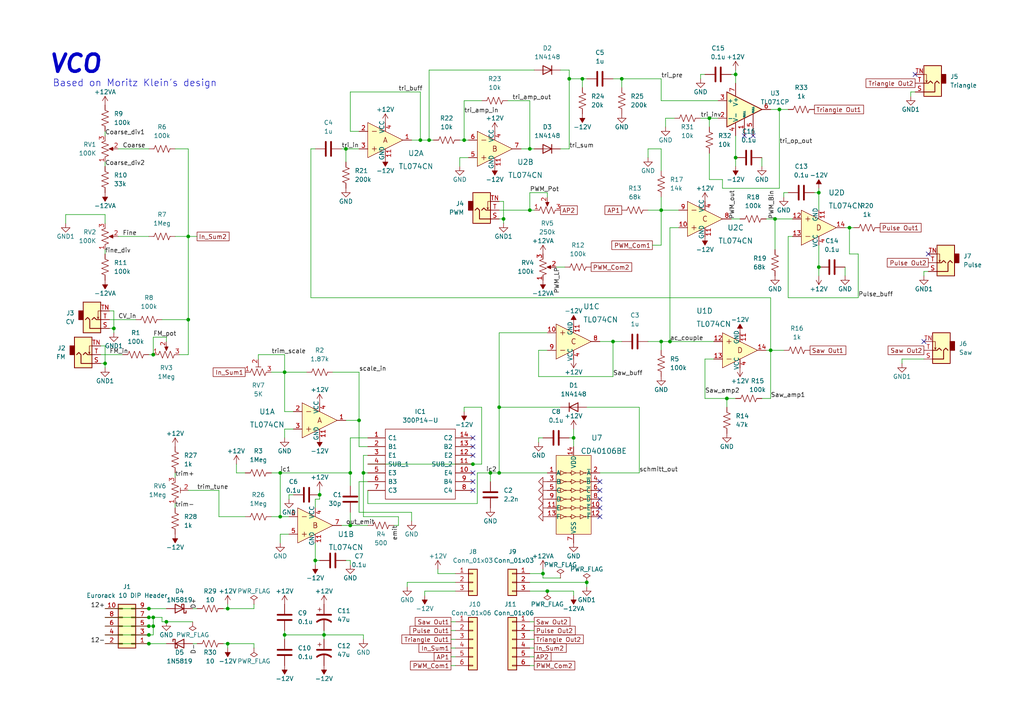
<source format=kicad_sch>
(kicad_sch (version 20230121) (generator eeschema)
  (paper "A4")
  (title_block (title "VCO") (date "2022-10-27") (rev "0.3") (company "Joshua Turnipseed"))
  (junction (at 82.55 107.95))
  (junction (at 191.77 99.06))
  (junction (at 177.8 99.06))
  (junction (at 81.28 137.16))
  (junction (at 105.41 137.16))
  (junction (at 81.28 149.86))
  (junction (at 205.74 34.29))
  (junction (at 142.24 137.16))
  (junction (at 170.18 168.91))
  (junction (at 246.38 66.04))
  (junction (at 43.18 176.53))
  (junction (at 191.77 60.96))
  (junction (at 124.46 40.64))
  (junction (at 165.1 22.86))
  (junction (at 121.92 40.64))
  (junction (at 54.61 68.58))
  (junction (at 104.14 121.92))
  (junction (at 224.79 63.5))
  (junction (at 153.67 43.18))
  (junction (at 54.61 92.71))
  (junction (at 157.48 166.37))
  (junction (at 100.33 43.18))
  (junction (at 30.48 105.41))
  (junction (at 158.75 171.45))
  (junction (at 144.78 137.16))
  (junction (at 44.45 181.61))
  (junction (at 146.05 63.5))
  (junction (at 48.26 180.34))
  (junction (at 223.52 101.6))
  (junction (at 43.18 186.69))
  (junction (at 44.45 179.07))
  (junction (at 66.04 176.53))
  (junction (at 226.06 31.75))
  (junction (at 137.16 134.62))
  (junction (at 180.34 22.86))
  (junction (at 194.31 99.06))
  (junction (at 82.55 184.15))
  (junction (at 93.98 184.15))
  (junction (at 66.04 186.69))
  (junction (at 101.6 137.16))
  (junction (at 166.37 127))
  (junction (at 210.82 115.57))
  (junction (at 213.36 45.72))
  (junction (at 33.02 95.25))
  (junction (at 43.18 179.07))
  (junction (at 237.49 55.88))
  (junction (at 237.49 77.47))
  (junction (at 144.78 118.11))
  (junction (at 101.6 152.4))
  (junction (at 153.67 60.96))
  (junction (at 213.36 21.59))
  (junction (at 43.18 181.61))
  (junction (at 44.45 102.87))
  (junction (at 168.91 22.86))
  (junction (at 43.18 184.15))
  (junction (at 91.44 162.56))
  (junction (at 134.62 40.64))
  (junction (at 92.71 143.51))
  (no_connect (at 173.99 144.78))
  (no_connect (at 137.16 142.24))
  (no_connect (at 137.16 127))
  (no_connect (at 269.24 73.66))
  (no_connect (at 137.16 137.16))
  (no_connect (at 137.16 139.7))
  (no_connect (at 173.99 149.86))
  (no_connect (at 173.99 142.24))
  (no_connect (at 265.43 21.59))
  (no_connect (at 137.16 129.54))
  (no_connect (at 173.99 139.7))
  (no_connect (at 218.44 39.37))
  (no_connect (at 215.9 39.37))
  (no_connect (at 137.16 132.08))
  (no_connect (at 267.97 99.06))
  (no_connect (at 173.99 147.32))
  (wire (pts (xy 196.85 66.04) (xy 194.31 66.04)))
  (wire (pts (xy 157.48 127) (xy 156.21 127)))
  (wire (pts (xy 44.45 97.79) (xy 48.26 97.79)))
  (wire (pts (xy 105.41 149.86) (xy 105.41 137.16)))
  (wire (pts (xy 30.48 62.23) (xy 19.05 62.23)))
  (wire (pts (xy 43.18 179.07) (xy 44.45 179.07)))
  (wire (pts (xy 210.82 115.57) (xy 210.82 118.11)))
  (wire (pts (xy 196.85 60.96) (xy 191.77 60.96)))
  (wire (pts (xy 44.45 181.61) (xy 44.45 179.07)))
  (wire (pts (xy 91.44 144.78) (xy 91.44 147.32)))
  (wire (pts (xy 205.74 52.07) (xy 209.55 52.07)))
  (wire (pts (xy 144.78 60.96) (xy 153.67 60.96)))
  (wire (pts (xy 223.52 86.36) (xy 223.52 101.6)))
  (wire (pts (xy 227.33 55.88) (xy 227.33 57.15)))
  (wire (pts (xy 205.74 44.45) (xy 205.74 52.07)))
  (wire (pts (xy 228.6 86.36) (xy 248.92 86.36)))
  (wire (pts (xy 166.37 124.46) (xy 166.37 127)))
  (wire (pts (xy 180.34 22.86) (xy 180.34 25.4)))
  (wire (pts (xy 81.28 137.16) (xy 81.28 149.86)))
  (wire (pts (xy 50.8 68.58) (xy 54.61 68.58)))
  (wire (pts (xy 213.36 21.59) (xy 213.36 24.13)))
  (wire (pts (xy 220.98 45.72) (xy 220.98 48.26)))
  (wire (pts (xy 193.04 34.29) (xy 193.04 36.83)))
  (wire (pts (xy 82.55 107.95) (xy 88.9 107.95)))
  (wire (pts (xy 30.48 184.15) (xy 43.18 184.15)))
  (wire (pts (xy 203.2 34.29) (xy 205.74 34.29)))
  (wire (pts (xy 153.67 55.88) (xy 153.67 60.96)))
  (wire (pts (xy 153.67 43.18) (xy 153.67 29.21)))
  (wire (pts (xy 153.67 180.34) (xy 154.94 180.34)))
  (wire (pts (xy 130.81 182.88) (xy 132.08 182.88)))
  (wire (pts (xy 82.55 107.95) (xy 82.55 119.38)))
  (wire (pts (xy 93.98 184.15) (xy 93.98 185.42)))
  (wire (pts (xy 106.68 146.05) (xy 138.43 146.05)))
  (wire (pts (xy 220.98 115.57) (xy 223.52 115.57)))
  (wire (pts (xy 121.92 26.67) (xy 121.92 40.64)))
  (wire (pts (xy 119.38 148.59) (xy 119.38 151.13)))
  (wire (pts (xy 134.62 118.11) (xy 139.7 118.11)))
  (wire (pts (xy 92.71 144.78) (xy 91.44 144.78)))
  (wire (pts (xy 224.79 63.5) (xy 224.79 72.39)))
  (wire (pts (xy 104.14 139.7) (xy 104.14 148.59)))
  (wire (pts (xy 153.67 60.96) (xy 154.94 60.96)))
  (wire (pts (xy 44.45 184.15) (xy 44.45 181.61)))
  (wire (pts (xy 144.78 63.5) (xy 146.05 63.5)))
  (wire (pts (xy 177.8 99.06) (xy 177.8 109.22)))
  (wire (pts (xy 142.24 137.16) (xy 144.78 137.16)))
  (wire (pts (xy 92.71 143.51) (xy 92.71 144.78)))
  (wire (pts (xy 204.47 115.57) (xy 210.82 115.57)))
  (wire (pts (xy 30.48 176.53) (xy 43.18 176.53)))
  (wire (pts (xy 146.05 63.5) (xy 146.05 64.77)))
  (wire (pts (xy 166.37 171.45) (xy 166.37 172.72)))
  (wire (pts (xy 203.2 21.59) (xy 203.2 22.86)))
  (wire (pts (xy 92.71 162.56) (xy 91.44 162.56)))
  (wire (pts (xy 153.67 29.21) (xy 147.32 29.21)))
  (wire (pts (xy 177.8 22.86) (xy 180.34 22.86)))
  (wire (pts (xy 93.98 182.88) (xy 93.98 184.15)))
  (wire (pts (xy 153.67 166.37) (xy 157.48 166.37)))
  (wire (pts (xy 139.7 118.11) (xy 139.7 134.62)))
  (wire (pts (xy 144.78 96.52) (xy 158.75 96.52)))
  (wire (pts (xy 54.61 142.24) (xy 63.5 142.24)))
  (wire (pts (xy 50.8 146.05) (xy 50.8 147.32)))
  (wire (pts (xy 185.42 137.16) (xy 185.42 118.11)))
  (wire (pts (xy 66.04 186.69) (xy 73.66 186.69)))
  (wire (pts (xy 224.79 63.5) (xy 229.87 63.5)))
  (wire (pts (xy 66.04 176.53) (xy 73.66 176.53)))
  (wire (pts (xy 30.48 46.99) (xy 30.48 48.26)))
  (wire (pts (xy 104.14 148.59) (xy 119.38 148.59)))
  (wire (pts (xy 191.77 99.06) (xy 194.31 99.06)))
  (wire (pts (xy 82.55 182.88) (xy 82.55 184.15)))
  (wire (pts (xy 106.68 132.08) (xy 105.41 132.08)))
  (wire (pts (xy 153.67 43.18) (xy 154.94 43.18)))
  (wire (pts (xy 30.48 105.41) (xy 30.48 106.68)))
  (wire (pts (xy 223.52 31.75) (xy 226.06 31.75)))
  (wire (pts (xy 30.48 181.61) (xy 43.18 181.61)))
  (wire (pts (xy 146.05 58.42) (xy 146.05 63.5)))
  (wire (pts (xy 30.48 38.1) (xy 30.48 39.37)))
  (wire (pts (xy 101.6 162.56) (xy 101.6 163.83)))
  (wire (pts (xy 101.6 137.16) (xy 101.6 140.97)))
  (wire (pts (xy 237.49 54.61) (xy 237.49 55.88)))
  (wire (pts (xy 100.33 43.18) (xy 100.33 46.99)))
  (wire (pts (xy 142.24 137.16) (xy 142.24 139.7)))
  (wire (pts (xy 156.21 109.22) (xy 177.8 109.22)))
  (wire (pts (xy 124.46 20.32) (xy 124.46 40.64)))
  (wire (pts (xy 50.8 43.18) (xy 54.61 43.18)))
  (wire (pts (xy 209.55 54.61) (xy 226.06 54.61)))
  (wire (pts (xy 165.1 43.18) (xy 162.56 43.18)))
  (wire (pts (xy 83.82 149.86) (xy 81.28 149.86)))
  (wire (pts (xy 43.18 184.15) (xy 44.45 184.15)))
  (wire (pts (xy 170.18 168.91) (xy 170.18 170.18)))
  (wire (pts (xy 223.52 101.6) (xy 227.33 101.6)))
  (wire (pts (xy 31.75 90.17) (xy 33.02 90.17)))
  (wire (pts (xy 158.75 171.45) (xy 166.37 171.45)))
  (wire (pts (xy 267.97 78.74) (xy 267.97 80.01)))
  (wire (pts (xy 121.92 40.64) (xy 124.46 40.64)))
  (wire (pts (xy 104.14 107.95) (xy 104.14 121.92)))
  (wire (pts (xy 207.01 104.14) (xy 204.47 104.14)))
  (wire (pts (xy 44.45 102.87) (xy 44.45 97.79)))
  (wire (pts (xy 31.75 95.25) (xy 33.02 95.25)))
  (wire (pts (xy 73.66 186.69) (xy 73.66 187.96)))
  (wire (pts (xy 81.28 154.94) (xy 81.28 157.48)))
  (wire (pts (xy 19.05 62.23) (xy 19.05 64.77)))
  (wire (pts (xy 66.04 186.69) (xy 66.04 187.96)))
  (wire (pts (xy 46.99 92.71) (xy 54.61 92.71)))
  (wire (pts (xy 130.81 190.5) (xy 132.08 190.5)))
  (wire (pts (xy 101.6 38.1) (xy 101.6 26.67)))
  (wire (pts (xy 213.36 45.72) (xy 213.36 48.26)))
  (wire (pts (xy 134.62 29.21) (xy 134.62 40.64)))
  (wire (pts (xy 30.48 64.77) (xy 30.48 62.23)))
  (wire (pts (xy 82.55 184.15) (xy 82.55 185.42)))
  (wire (pts (xy 187.96 45.72) (xy 187.96 43.18)))
  (wire (pts (xy 194.31 66.04) (xy 194.31 99.06)))
  (wire (pts (xy 165.1 20.32) (xy 165.1 22.86)))
  (wire (pts (xy 43.18 176.53) (xy 48.26 176.53)))
  (wire (pts (xy 223.52 115.57) (xy 223.52 101.6)))
  (wire (pts (xy 34.29 43.18) (xy 43.18 43.18)))
  (wire (pts (xy 204.47 21.59) (xy 203.2 21.59)))
  (wire (pts (xy 81.28 137.16) (xy 101.6 137.16)))
  (wire (pts (xy 210.82 115.57) (xy 213.36 115.57)))
  (wire (pts (xy 29.21 105.41) (xy 30.48 105.41)))
  (wire (pts (xy 187.96 60.96) (xy 191.77 60.96)))
  (wire (pts (xy 78.74 107.95) (xy 82.55 107.95)))
  (wire (pts (xy 30.48 179.07) (xy 43.18 179.07)))
  (wire (pts (xy 100.33 162.56) (xy 101.6 162.56)))
  (wire (pts (xy 34.29 68.58) (xy 43.18 68.58)))
  (wire (pts (xy 54.61 68.58) (xy 57.15 68.58)))
  (wire (pts (xy 162.56 118.11) (xy 144.78 118.11)))
  (wire (pts (xy 261.62 104.14) (xy 267.97 104.14)))
  (wire (pts (xy 78.74 149.86) (xy 81.28 149.86)))
  (wire (pts (xy 228.6 68.58) (xy 228.6 86.36)))
  (wire (pts (xy 269.24 78.74) (xy 267.97 78.74)))
  (wire (pts (xy 153.67 168.91) (xy 170.18 168.91)))
  (wire (pts (xy 246.38 66.04) (xy 247.65 66.04)))
  (wire (pts (xy 185.42 118.11) (xy 170.18 118.11)))
  (wire (pts (xy 52.07 102.87) (xy 54.61 102.87)))
  (wire (pts (xy 100.33 43.18) (xy 104.14 43.18)))
  (wire (pts (xy 157.48 166.37) (xy 157.48 165.1)))
  (wire (pts (xy 31.75 92.71) (xy 39.37 92.71)))
  (wire (pts (xy 130.81 187.96) (xy 132.08 187.96)))
  (wire (pts (xy 177.8 99.06) (xy 173.99 99.06)))
  (wire (pts (xy 46.99 179.07) (xy 46.99 180.34)))
  (wire (pts (xy 48.26 180.34) (xy 55.88 180.34)))
  (wire (pts (xy 162.56 20.32) (xy 165.1 20.32)))
  (wire (pts (xy 226.06 31.75) (xy 228.6 31.75)))
  (wire (pts (xy 54.61 92.71) (xy 54.61 102.87)))
  (wire (pts (xy 78.74 137.16) (xy 81.28 137.16)))
  (wire (pts (xy 138.43 137.16) (xy 142.24 137.16)))
  (wire (pts (xy 134.62 119.38) (xy 134.62 118.11)))
  (wire (pts (xy 90.17 86.36) (xy 223.52 86.36)))
  (wire (pts (xy 212.09 63.5) (xy 214.63 63.5)))
  (wire (pts (xy 91.44 162.56) (xy 91.44 157.48)))
  (wire (pts (xy 191.77 71.12) (xy 191.77 60.96)))
  (wire (pts (xy 104.14 38.1) (xy 101.6 38.1)))
  (wire (pts (xy 106.68 127) (xy 101.6 127)))
  (wire (pts (xy 237.49 55.88) (xy 236.22 55.88)))
  (wire (pts (xy 91.44 43.18) (xy 90.17 43.18)))
  (wire (pts (xy 158.75 101.6) (xy 156.21 101.6)))
  (wire (pts (xy 71.12 137.16) (xy 68.58 137.16)))
  (wire (pts (xy 106.68 134.62) (xy 137.16 134.62)))
  (wire (pts (xy 248.92 86.36) (xy 248.92 73.66)))
  (wire (pts (xy 154.94 20.32) (xy 124.46 20.32)))
  (wire (pts (xy 33.02 95.25) (xy 33.02 96.52)))
  (wire (pts (xy 166.37 127) (xy 166.37 129.54)))
  (wire (pts (xy 144.78 118.11) (xy 144.78 137.16)))
  (wire (pts (xy 130.81 185.42) (xy 132.08 185.42)))
  (wire (pts (xy 153.67 193.04) (xy 154.94 193.04)))
  (wire (pts (xy 180.34 22.86) (xy 191.77 22.86)))
  (wire (pts (xy 85.09 143.51) (xy 83.82 143.51)))
  (wire (pts (xy 139.7 29.21) (xy 134.62 29.21)))
  (wire (pts (xy 222.25 63.5) (xy 224.79 63.5)))
  (wire (pts (xy 187.96 99.06) (xy 191.77 99.06)))
  (wire (pts (xy 191.77 29.21) (xy 208.28 29.21)))
  (wire (pts (xy 106.68 129.54) (xy 104.14 129.54)))
  (wire (pts (xy 105.41 185.42) (xy 105.41 184.15)))
  (wire (pts (xy 191.77 43.18) (xy 191.77 49.53)))
  (wire (pts (xy 165.1 127) (xy 166.37 127)))
  (wire (pts (xy 127 166.37) (xy 127 165.1)))
  (wire (pts (xy 50.8 137.16) (xy 50.8 138.43)))
  (wire (pts (xy 237.49 77.47) (xy 237.49 80.01)))
  (wire (pts (xy 156.21 101.6) (xy 156.21 109.22)))
  (wire (pts (xy 261.62 104.14) (xy 261.62 105.41)))
  (wire (pts (xy 144.78 137.16) (xy 158.75 137.16)))
  (wire (pts (xy 130.81 180.34) (xy 132.08 180.34)))
  (wire (pts (xy 161.29 77.47) (xy 163.83 77.47)))
  (wire (pts (xy 135.89 45.72) (xy 133.35 45.72)))
  (wire (pts (xy 105.41 184.15) (xy 93.98 184.15)))
  (wire (pts (xy 64.77 186.69) (xy 66.04 186.69)))
  (wire (pts (xy 144.78 58.42) (xy 146.05 58.42)))
  (wire (pts (xy 115.57 149.86) (xy 105.41 149.86)))
  (wire (pts (xy 191.77 60.96) (xy 191.77 57.15)))
  (wire (pts (xy 82.55 102.87) (xy 82.55 107.95)))
  (wire (pts (xy 158.75 57.15) (xy 158.75 55.88)))
  (wire (pts (xy 74.93 104.14) (xy 74.93 102.87)))
  (wire (pts (xy 222.25 101.6) (xy 223.52 101.6)))
  (wire (pts (xy 55.88 176.53) (xy 57.15 176.53)))
  (wire (pts (xy 63.5 142.24) (xy 63.5 149.86)))
  (wire (pts (xy 99.06 152.4) (xy 101.6 152.4)))
  (wire (pts (xy 105.41 132.08) (xy 105.41 137.16)))
  (wire (pts (xy 165.1 22.86) (xy 168.91 22.86)))
  (wire (pts (xy 82.55 184.15) (xy 93.98 184.15)))
  (wire (pts (xy 85.09 119.38) (xy 82.55 119.38)))
  (wire (pts (xy 43.18 102.87) (xy 44.45 102.87)))
  (wire (pts (xy 30.48 100.33) (xy 30.48 105.41)))
  (wire (pts (xy 237.49 71.12) (xy 237.49 77.47)))
  (wire (pts (xy 55.88 186.69) (xy 57.15 186.69)))
  (wire (pts (xy 156.21 127) (xy 156.21 128.27)))
  (wire (pts (xy 101.6 127) (xy 101.6 137.16)))
  (wire (pts (xy 133.35 40.64) (xy 134.62 40.64)))
  (wire (pts (xy 74.93 102.87) (xy 82.55 102.87)))
  (wire (pts (xy 134.62 40.64) (xy 135.89 40.64)))
  (wire (pts (xy 228.6 55.88) (xy 227.33 55.88)))
  (wire (pts (xy 139.7 134.62) (xy 137.16 134.62)))
  (wire (pts (xy 151.13 43.18) (xy 153.67 43.18)))
  (wire (pts (xy 246.38 73.66) (xy 246.38 66.04)))
  (wire (pts (xy 101.6 26.67) (xy 121.92 26.67)))
  (wire (pts (xy 133.35 45.72) (xy 133.35 48.26)))
  (wire (pts (xy 209.55 52.07) (xy 209.55 54.61)))
  (wire (pts (xy 189.23 71.12) (xy 191.77 71.12)))
  (wire (pts (xy 101.6 148.59) (xy 101.6 152.4)))
  (wire (pts (xy 101.6 152.4) (xy 106.68 152.4)))
  (wire (pts (xy 173.99 137.16) (xy 185.42 137.16)))
  (wire (pts (xy 187.96 43.18) (xy 191.77 43.18)))
  (wire (pts (xy 132.08 171.45) (xy 123.19 171.45)))
  (wire (pts (xy 153.67 187.96) (xy 154.94 187.96)))
  (wire (pts (xy 68.58 137.16) (xy 68.58 134.62)))
  (wire (pts (xy 30.48 186.69) (xy 43.18 186.69)))
  (wire (pts (xy 168.91 22.86) (xy 168.91 25.4)))
  (wire (pts (xy 213.36 21.59) (xy 212.09 21.59)))
  (wire (pts (xy 115.57 152.4) (xy 115.57 149.86)))
  (wire (pts (xy 132.08 166.37) (xy 127 166.37)))
  (wire (pts (xy 73.66 175.26) (xy 73.66 176.53)))
  (wire (pts (xy 226.06 54.61) (xy 226.06 31.75)))
  (wire (pts (xy 96.52 107.95) (xy 104.14 107.95)))
  (wire (pts (xy 46.99 180.34) (xy 48.26 180.34)))
  (wire (pts (xy 82.55 124.46) (xy 82.55 127)))
  (wire (pts (xy 33.02 90.17) (xy 33.02 95.25)))
  (wire (pts (xy 153.67 190.5) (xy 154.94 190.5)))
  (wire (pts (xy 162.56 167.64) (xy 157.48 167.64)))
  (wire (pts (xy 44.45 179.07) (xy 46.99 179.07)))
  (wire (pts (xy 114.3 152.4) (xy 115.57 152.4)))
  (wire (pts (xy 43.18 181.61) (xy 44.45 181.61)))
  (wire (pts (xy 29.21 100.33) (xy 30.48 100.33)))
  (wire (pts (xy 265.43 26.67) (xy 264.16 26.67)))
  (wire (pts (xy 123.19 171.45) (xy 123.19 172.72)))
  (wire (pts (xy 248.92 73.66) (xy 246.38 73.66)))
  (wire (pts (xy 191.77 99.06) (xy 191.77 101.6)))
  (wire (pts (xy 245.11 77.47) (xy 245.11 80.01)))
  (wire (pts (xy 228.6 68.58) (xy 229.87 68.58)))
  (wire (pts (xy 83.82 154.94) (xy 81.28 154.94)))
  (wire (pts (xy 191.77 22.86) (xy 191.77 29.21)))
  (wire (pts (xy 99.06 43.18) (xy 100.33 43.18)))
  (wire (pts (xy 106.68 139.7) (xy 104.14 139.7)))
  (wire (pts (xy 195.58 34.29) (xy 193.04 34.29)))
  (wire (pts (xy 204.47 104.14) (xy 204.47 115.57)))
  (wire (pts (xy 205.74 34.29) (xy 208.28 34.29)))
  (wire (pts (xy 90.17 43.18) (xy 90.17 86.36)))
  (wire (pts (xy 66.04 175.26) (xy 66.04 176.53)))
  (wire (pts (xy 130.81 193.04) (xy 132.08 193.04)))
  (wire (pts (xy 205.74 34.29) (xy 205.74 36.83)))
  (wire (pts (xy 100.33 121.92) (xy 104.14 121.92)))
  (wire (pts (xy 63.5 149.86) (xy 71.12 149.86)))
  (wire (pts (xy 144.78 118.11) (xy 144.78 96.52)))
  (wire (pts (xy 158.75 55.88) (xy 153.67 55.88)))
  (wire (pts (xy 30.48 72.39) (xy 30.48 73.66)))
  (wire (pts (xy 168.91 22.86) (xy 170.18 22.86)))
  (wire (pts (xy 153.67 171.45) (xy 158.75 171.45)))
  (wire (pts (xy 83.82 143.51) (xy 83.82 144.78)))
  (wire (pts (xy 194.31 99.06) (xy 207.01 99.06)))
  (wire (pts (xy 245.11 66.04) (xy 246.38 66.04)))
  (wire (pts (xy 213.36 39.37) (xy 213.36 45.72)))
  (wire (pts (xy 104.14 129.54) (xy 104.14 121.92)))
  (wire (pts (xy 91.44 162.56) (xy 91.44 163.83)))
  (wire (pts (xy 106.68 142.24) (xy 106.68 146.05)))
  (wire (pts (xy 153.67 182.88) (xy 154.94 182.88)))
  (wire (pts (xy 29.21 102.87) (xy 35.56 102.87)))
  (wire (pts (xy 54.61 43.18) (xy 54.61 68.58)))
  (wire (pts (xy 157.48 167.64) (xy 157.48 166.37)))
  (wire (pts (xy 64.77 176.53) (xy 66.04 176.53)))
  (wire (pts (xy 118.11 168.91) (xy 118.11 170.18)))
  (wire (pts (xy 119.38 40.64) (xy 121.92 40.64)))
  (wire (pts (xy 85.09 124.46) (xy 82.55 124.46)))
  (wire (pts (xy 165.1 22.86) (xy 165.1 43.18)))
  (wire (pts (xy 43.18 186.69) (xy 48.26 186.69)))
  (wire (pts (xy 153.67 185.42) (xy 154.94 185.42)))
  (wire (pts (xy 92.71 142.24) (xy 92.71 143.51)))
  (wire (pts (xy 138.43 146.05) (xy 138.43 137.16)))
  (wire (pts (xy 54.61 68.58) (xy 54.61 92.71)))
  (wire (pts (xy 132.08 168.91) (xy 118.11 168.91)))
  (wire (pts (xy 124.46 40.64) (xy 125.73 40.64)))
  (wire (pts (xy 48.26 99.06) (xy 48.26 97.79)))
  (wire (pts (xy 105.41 137.16) (xy 106.68 137.16)))
  (wire (pts (xy 213.36 20.32) (xy 213.36 21.59)))
  (wire (pts (xy 177.8 99.06) (xy 180.34 99.06)))
  (wire (pts (xy 264.16 26.67) (xy 264.16 27.94)))
  (wire (pts (xy 237.49 60.96) (xy 237.49 55.88)))
  (text "VCO" (at 13.97 21.59 0) (effects (font (size 5 5) (thickness 1) bold italic) (justify left bottom)))
  (text "Based on Moritz Klein's design\n" (at 15.24 25.4 0) (effects (font (size 2 2)) (justify left bottom)))
  (label "tri_inv" (at 203.2 34.29 0))
  (label "PWM_out" (at 213.36 63.5 90))
  (label "12-" (at 30.48 186.69 180))
  (label "tri_amp_out" (at 148.59 29.21 0))
  (label "emit" (at 115.57 152.4 270))
  (label "Coarse_div1" (at 30.48 39.37 0))
  (label "Saw_buff" (at 177.8 109.22 0))
  (label "scale_in" (at 104.14 107.95 0))
  (label "out_emit" (at 100.33 152.4 0))
  (label "D-" (at 57.15 186.69 270))
  (label "12+" (at 30.48 176.53 180))
  (label "tri_op_out" (at 226.06 41.91 0))
  (label "tri_pre" (at 191.77 22.86 0))
  (label "ac_couple" (at 194.31 99.06 0))
  (label "trim_scale" (at 78.74 102.87 0))
  (label "trim+" (at 50.8 138.43 0))
  (label "Coarse" (at 35.56 43.18 0))
  (label "Coarse_div2" (at 30.48 48.26 0))
  (label "schmitt_out" (at 185.42 137.16 0))
  (label "FM_pot" (at 44.45 97.79 0))
  (label "trim_tune" (at 57.15 142.24 0))
  (label "Saw_amp1" (at 223.52 115.57 0))
  (label "tri_in" (at 99.06 43.18 0))
  (label "Fine" (at 35.56 68.58 0))
  (label "D+" (at 57.15 176.53 90))
  (label "trim-" (at 50.8 147.32 0))
  (label "tri_amp_in" (at 134.62 33.02 0))
  (label "tri_sum" (at 165.1 43.18 0))
  (label "PWM_Bin" (at 224.79 63.5 90))
  (label "ic1" (at 81.28 137.16 0))
  (label "tri_buff" (at 115.57 26.67 0))
  (label "PWM_LP" (at 162.56 77.47 270))
  (label "fine_div" (at 30.48 73.66 0))
  (label "ic2" (at 140.97 137.16 0))
  (label "CV_in" (at 34.29 92.71 0))
  (label "PWM_Pot" (at 153.67 55.88 0))
  (label "Saw_amp2" (at 204.47 114.3 0))
  (label "Pulse_buff" (at 248.92 86.36 0))
  (label "FM_in" (at 31.75 102.87 0))
  (global_label "AP2" (shape passive) (at 154.94 190.5 0) (property "Intersheetrefs" "${INTERSHEET_REFS}" (effects hide)))
  (global_label "Saw Out2" (shape passive) (at 267.97 101.6 180) (property "Intersheetrefs" "${INTERSHEET_REFS}" (effects hide)))
  (global_label "Saw Out1" (shape passive) (at 234.95 101.6 0) (property "Intersheetrefs" "${INTERSHEET_REFS}" (effects hide)))
  (global_label "Triangle Out2" (shape passive) (at 265.43 24.13 180) (property "Intersheetrefs" "${INTERSHEET_REFS}" (effects hide)))
  (global_label "AP1" (shape passive) (at 130.81 190.5 180) (property "Intersheetrefs" "${INTERSHEET_REFS}" (effects hide)))
  (global_label "Saw Out1" (shape passive) (at 130.81 180.34 180) (property "Intersheetrefs" "${INTERSHEET_REFS}" (effects hide)))
  (global_label "Pulse Out2" (shape passive) (at 269.24 76.2 180) (property "Intersheetrefs" "${INTERSHEET_REFS}" (effects hide)))
  (global_label "PWM_Com1" (shape passive) (at 130.81 193.04 180) (property "Intersheetrefs" "${INTERSHEET_REFS}" (effects hide)))
  (global_label "Pulse Out1" (shape passive) (at 130.81 182.88 180) (property "Intersheetrefs" "${INTERSHEET_REFS}" (effects hide)))
  (global_label "PWM_Com1" (shape passive) (at 189.23 71.12 180) (property "Intersheetrefs" "${INTERSHEET_REFS}" (effects hide)))
  (global_label "In_Sum2" (shape passive) (at 57.15 68.58 0) (property "Intersheetrefs" "${INTERSHEET_REFS}" (effects hide)))
  (global_label "AP1" (shape passive) (at 180.34 60.96 180) (property "Intersheetrefs" "${INTERSHEET_REFS}" (effects hide)))
  (global_label "Triangle Out1" (shape passive) (at 236.22 31.75 0) (property "Intersheetrefs" "${INTERSHEET_REFS}" (effects hide)))
  (global_label "PWM_Com2" (shape passive) (at 154.94 193.04 0) (property "Intersheetrefs" "${INTERSHEET_REFS}" (effects hide)))
  (global_label "Triangle Out2" (shape passive) (at 154.94 185.42 0) (property "Intersheetrefs" "${INTERSHEET_REFS}" (effects hide)))
  (global_label "AP2" (shape passive) (at 162.56 60.96 0) (property "Intersheetrefs" "${INTERSHEET_REFS}" (effects hide)))
  (global_label "PWM_Com2" (shape passive) (at 171.45 77.47 0) (property "Intersheetrefs" "${INTERSHEET_REFS}" (effects hide)))
  (global_label "In_Sum1" (shape passive) (at 130.81 187.96 180) (property "Intersheetrefs" "${INTERSHEET_REFS}" (effects hide)))
  (global_label "Triangle Out1" (shape passive) (at 130.81 185.42 180) (property "Intersheetrefs" "${INTERSHEET_REFS}" (effects hide)))
  (global_label "Pulse Out1" (shape passive) (at 255.27 66.04 0) (property "Intersheetrefs" "${INTERSHEET_REFS}" (effects hide)))
  (global_label "Saw Out2" (shape passive) (at 154.94 180.34 0) (property "Intersheetrefs" "${INTERSHEET_REFS}" (effects hide)))
  (global_label "In_Sum1" (shape passive) (at 71.12 107.95 180) (property "Intersheetrefs" "${INTERSHEET_REFS}" (effects hide)))
  (global_label "Pulse Out2" (shape passive) (at 154.94 182.88 0) (property "Intersheetrefs" "${INTERSHEET_REFS}" (effects hide)))
  (global_label "In_Sum2" (shape passive) (at 154.94 187.96 0) (property "Intersheetrefs" "${INTERSHEET_REFS}" (effects hide)))
  (symbol (lib_id "power:-12V") (at 166.37 93.98 0) (unit 1)
    (property "Reference" "#PWR049" (effects hide))
    (property "Value" "-12V" (at 166.37 90.17 0))
  )
  (symbol (lib_id "Amplifier_Operational:TL071") (at 215.9 31.75 0) (unit 1)
    (property "Reference" "U3" (at 224.79 27.051 0))
    (property "Value" "TL071CP" (at 224.79 29.591 0))
    (property "Footprint" "Package_DIP:DIP-8_W7.62mm" (effects hide))
    (property "Datasheet" "http://www.ti.com/lit/ds/symlink/tl071.pdf" (effects hide))
  )
  (symbol (lib_id "power:GND") (at 210.82 125.73 0) (unit 1)
    (property "Reference" "#PWR021" (effects hide))
    (property "Value" "GND" (at 210.82 129.54 0))
  )
  (symbol (lib_id "power:-12V") (at 92.71 127 180) (unit 1)
    (property "Reference" "#PWR044" (effects hide))
    (property "Value" "-12V" (at 92.71 130.81 0))
  )
  (symbol (lib_id "power:-12V") (at 82.55 193.04 180) (unit 1)
    (property "Reference" "#PWR037" (effects hide))
    (property "Value" "-12V" (at 82.55 196.85 0))
  )
  (symbol (lib_id "Device:R_Potentiometer_US") (at 30.48 68.58 0) (mirror x) (unit 1)
    (property "Reference" "RV2" (at 27.94 67.3099 0) (effects (justify right)))
    (property "Value" "100K" (at 27.94 69.8499 0) (effects (justify right)))
    (property "Footprint" "Custom_Footprints:Alpha_9mm_Potentiometer_Aligned" (effects hide))
  )
  (symbol (lib_id "Device:C") (at 88.9 143.51 270) (unit 1)
    (property "Reference" "C6" (at 85.09 139.7 90))
    (property "Value" "0.1u" (at 85.09 142.24 90))
    (property "Footprint" "Capacitor_THT:C_Disc_D4.7mm_W2.5mm_P5.00mm" (effects hide))
  )
  (symbol (lib_id "Device:R_US") (at 217.17 115.57 90) (unit 1)
    (property "Reference" "R15" (at 219.71 110.49 90))
    (property "Value" "100k" (at 219.71 113.03 90))
    (property "Footprint" "Resistor_THT:R_Axial_DIN0207_L6.3mm_D2.5mm_P7.62mm_Horizontal" (effects hide))
  )
  (symbol (lib_id "dk_Linear-Amplifiers-Instrumentation-OP-Amps-Buffer-Amps:LM324N") (at 143.51 43.18 0) (unit 2)
    (property "Reference" "U2" (at 152.4 46.99 0) (effects (font (size 1.524 1.524))))
    (property "Value" "TL074CN" (at 152.4 50.8 0) (effects (font (size 1.524 1.524))))
    (property "Footprint" "digikey-footprints:DIP-14_W3mm" (effects hide))
  )
  (symbol (lib_id "power:GND") (at 158.75 147.32 270) (unit 1)
    (property "Reference" "#PWR0104" (effects hide))
    (property "Value" "GND" (effects hide))
  )
  (symbol (lib_id "Diode:1N5819") (at 52.07 176.53 180) (unit 1)
    (property "Reference" "D4" (at 52.07 171.45 0))
    (property "Value" "1N5819" (at 52.07 173.99 0))
    (property "Footprint" "Diode_THT:D_DO-41_SOD81_P10.16mm_Horizontal" (effects hide))
    (property "Datasheet" "http://www.vishay.com/docs/88525/1n5817.pdf" (effects hide))
  )
  (symbol (lib_id "power:-12V") (at 168.91 33.02 180) (unit 1)
    (property "Reference" "#PWR025" (effects hide))
    (property "Value" "-12V" (at 168.91 36.83 0))
  )
  (symbol (lib_id "Device:C") (at 82.55 189.23 180) (unit 1)
    (property "Reference" "C10" (at 86.36 187.9599 0) (effects (justify right)))
    (property "Value" "0.1u" (at 86.36 190.4999 0) (effects (justify right)))
    (property "Footprint" "Capacitor_THT:C_Disc_D4.7mm_W2.5mm_P5.00mm" (effects hide))
  )
  (symbol (lib_id "Device:R_US") (at 205.74 40.64 180) (unit 1)
    (property "Reference" "R32" (at 208.28 39.3699 0) (effects (justify right)))
    (property "Value" "10k" (at 208.28 41.9099 0) (effects (justify right)))
    (property "Footprint" "Resistor_THT:R_Axial_DIN0207_L6.3mm_D2.5mm_P7.62mm_Horizontal" (effects hide))
  )
  (symbol (lib_id "Device:C") (at 184.15 99.06 90) (unit 1)
    (property "Reference" "C3" (at 184.15 91.44 90))
    (property "Value" "1u" (at 184.15 93.98 90))
    (property "Footprint" "Capacitor_THT:C_Disc_D4.7mm_W2.5mm_P5.00mm" (effects hide))
  )
  (symbol (lib_id "power:GND") (at 101.6 163.83 0) (unit 1)
    (property "Reference" "#PWR034" (effects hide))
    (property "Value" "GND" (at 101.6 167.64 0))
  )
  (symbol (lib_id "power:-12V") (at 66.04 187.96 180) (unit 1)
    (property "Reference" "#PWR024" (effects hide))
    (property "Value" "-12V" (at 66.04 191.77 0))
  )
  (symbol (lib_id "dk_Linear-Amplifiers-Instrumentation-OP-Amps-Buffer-Amps:LM324N") (at 237.49 66.04 0) (mirror x) (unit 4)
    (property "Reference" "U2" (at 240.2587 55.88 0) (effects (font (size 1.524 1.524)) (justify left)))
    (property "Value" "TL074CN" (at 240.2587 59.69 0) (effects (font (size 1.524 1.524)) (justify left)))
    (property "Footprint" "digikey-footprints:DIP-14_W3mm" (effects hide))
  )
  (symbol (lib_id "power:-12V") (at 93.98 193.04 180) (unit 1)
    (property "Reference" "#PWR039" (effects hide))
    (property "Value" "-12V" (at 93.98 196.85 0))
  )
  (symbol (lib_id "Device:R_US") (at 50.8 133.35 180) (unit 1)
    (property "Reference" "R27" (at 53.34 132.0799 0) (effects (justify right)))
    (property "Value" "1k" (at 53.34 134.6199 0) (effects (justify right)))
    (property "Footprint" "Resistor_THT:R_Axial_DIN0207_L6.3mm_D2.5mm_P7.62mm_Horizontal" (effects hide))
  )
  (symbol (lib_id "Device:R_US") (at 46.99 68.58 90) (unit 1)
    (property "Reference" "R7" (at 46.99 62.23 90))
    (property "Value" "1Meg" (at 46.99 64.77 90))
    (property "Footprint" "Resistor_THT:R_Axial_DIN0207_L6.3mm_D2.5mm_P7.62mm_Horizontal" (effects hide))
  )
  (symbol (lib_id "Device:R_Potentiometer_US") (at 158.75 60.96 90) (unit 1)
    (property "Reference" "RV5" (at 158.75 64.77 90))
    (property "Value" "250k" (at 158.75 67.31 90))
    (property "Footprint" "Custom_Footprints:Alpha_9mm_Potentiometer_Aligned" (effects hide))
  )
  (symbol (lib_id "Device:R_US") (at 129.54 40.64 270) (unit 1)
    (property "Reference" "R22" (at 129.54 34.29 90))
    (property "Value" "10k" (at 129.54 36.83 90))
    (property "Footprint" "Resistor_THT:R_Axial_DIN0207_L6.3mm_D2.5mm_P7.62mm_Horizontal" (effects hide))
  )
  (symbol (lib_id "power:-12V") (at 213.36 48.26 180) (unit 1)
    (property "Reference" "#PWR066" (effects hide))
    (property "Value" "-12V" (at 213.36 52.07 0))
  )
  (symbol (lib_id "power:+12V") (at 214.63 106.68 180) (unit 1)
    (property "Reference" "#PWR054" (effects hide))
    (property "Value" "+12V" (at 214.63 110.49 0))
  )
  (symbol (lib_id "power:GND") (at 227.33 57.15 0) (unit 1)
    (property "Reference" "#PWR057" (effects hide))
    (property "Value" "GND" (at 227.33 60.96 0))
  )
  (symbol (lib_id "power:-12V") (at 214.63 96.52 0) (unit 1)
    (property "Reference" "#PWR053" (effects hide))
    (property "Value" "-12V" (at 214.63 92.71 0))
  )
  (symbol (lib_id "power:+12V") (at 204.47 58.42 0) (unit 1)
    (property "Reference" "#PWR051" (effects hide))
    (property "Value" "+12V" (at 204.47 54.61 0))
  )
  (symbol (lib_id "Device:R_Potentiometer_US") (at 157.48 77.47 0) (mirror x) (unit 1)
    (property "Reference" "RV4" (at 154.94 76.1999 0) (effects (justify right)))
    (property "Value" "100k" (at 154.94 78.7399 0) (effects (justify right)))
    (property "Footprint" "Custom_Footprints:Alpha_9mm_Potentiometer_Aligned" (effects hide))
  )
  (symbol (lib_id "dk_Linear-Amplifiers-Instrumentation-OP-Amps-Buffer-Amps:LM324N") (at 214.63 101.6 0) (mirror x) (unit 4)
    (property "Reference" "U1" (at 201.93 90.17 0) (effects (font (size 1.524 1.524)) (justify left)))
    (property "Value" "TL074CN" (at 201.93 93.98 0) (effects (font (size 1.524 1.524)) (justify left)))
    (property "Footprint" "digikey-footprints:DIP-14_W3mm" (effects hide))
  )
  (symbol (lib_id "Device:R_Potentiometer_Trim_US") (at 74.93 107.95 90) (unit 1)
    (property "Reference" "RV7" (at 74.93 111.76 90))
    (property "Value" "5K" (at 74.93 114.3 90))
    (property "Footprint" "Potassium's KiCad Footprints:3296Y1502LF" (effects hide))
  )
  (symbol (lib_id "power:-12V") (at 143.51 48.26 180) (unit 1)
    (property "Reference" "#PWR048" (effects hide))
    (property "Value" "-12V" (at 143.51 52.07 0))
  )
  (symbol (lib_id "Device:R_Potentiometer_US") (at 30.48 43.18 0) (mirror x) (unit 1)
    (property "Reference" "RV1" (at 27.94 41.9099 0) (effects (justify right)))
    (property "Value" "100K" (at 27.94 44.4499 0) (effects (justify right)))
    (property "Footprint" "Custom_Footprints:Alpha_9mm_Potentiometer_Aligned" (effects hide))
  )
  (symbol (lib_id "power:PWR_FLAG") (at 73.66 187.96 180) (unit 1)
    (property "Reference" "#FLG03" (effects hide))
    (property "Value" "PWR_FLAG" (at 73.66 191.77 0))
  )
  (symbol (lib_id "power:GND1") (at 146.05 64.77 0) (unit 1)
    (property "Reference" "#PWR027" (effects hide))
    (property "Value" "GND1" (at 146.05 68.58 0))
  )
  (symbol (lib_id "Connector_Generic:Conn_01x03") (at 148.59 168.91 0) (mirror y) (unit 1)
    (property "Reference" "J9" (at 149.86 160.02 0) (effects (justify left)))
    (property "Value" "Conn_01x03" (at 154.94 162.56 0) (effects (justify left)))
    (property "Footprint" "Connector_PinHeader_2.54mm:PinHeader_1x03_P2.54mm_Vertical" (effects hide))
  )
  (symbol (lib_id "Device:R_US") (at 39.37 102.87 90) (unit 1)
    (property "Reference" "R1" (at 39.37 96.52 90))
    (property "Value" "100k" (at 39.37 99.06 90))
    (property "Footprint" "Resistor_THT:R_Axial_DIN0207_L6.3mm_D2.5mm_P7.62mm_Horizontal" (effects hide))
  )
  (symbol (lib_id "300P14-U:300P14-U") (at 106.68 127 0) (unit 1)
    (property "Reference" "IC1" (at 121.92 119.38 0))
    (property "Value" "300P14-U" (at 121.92 121.92 0))
    (property "Footprint" "Package_DIP:DIP-14_W7.62mm" (effects hide))
  )
  (symbol (lib_id "Device:R_US") (at 74.93 137.16 90) (unit 1)
    (property "Reference" "R3" (at 74.93 130.81 90))
    (property "Value" "1Meg" (at 74.93 133.35 90))
    (property "Footprint" "Resistor_THT:R_Axial_DIN0207_L6.3mm_D2.5mm_P7.62mm_Horizontal" (effects hide))
  )
  (symbol (lib_id "power:GND") (at 82.55 127 0) (unit 1)
    (property "Reference" "#PWR09" (effects hide))
    (property "Value" "GND" (at 82.55 130.81 0))
  )
  (symbol (lib_id "power:GND") (at 187.96 45.72 0) (unit 1)
    (property "Reference" "#PWR019" (effects hide))
    (property "Value" "GND" (at 187.96 49.53 0))
  )
  (symbol (lib_id "power:GND") (at 81.28 157.48 0) (unit 1)
    (property "Reference" "#PWR08" (effects hide))
    (property "Value" "GND" (at 81.28 161.29 0))
  )
  (symbol (lib_id "power:+12V") (at 166.37 104.14 180) (unit 1)
    (property "Reference" "#PWR050" (effects hide))
    (property "Value" "+12V" (at 166.37 107.95 0))
  )
  (symbol (lib_id "Diode:1N5819") (at 52.07 186.69 0) (unit 1)
    (property "Reference" "D5" (at 52.07 189.23 0))
    (property "Value" "1N5819" (at 52.07 191.77 0))
    (property "Footprint" "Diode_THT:D_DO-41_SOD81_P10.16mm_Horizontal" (effects hide))
    (property "Datasheet" "http://www.vishay.com/docs/88525/1n5817.pdf" (effects hide))
  )
  (symbol (lib_id "Device:R_US") (at 224.79 76.2 180) (unit 1)
    (property "Reference" "R19" (at 218.44 74.93 0) (effects (justify right)))
    (property "Value" "68k" (at 218.44 77.47 0) (effects (justify right)))
    (property "Footprint" "Resistor_THT:R_Axial_DIN0207_L6.3mm_D2.5mm_P7.62mm_Horizontal" (effects hide))
  )
  (symbol (lib_id "Device:R_US") (at 50.8 151.13 180) (unit 1)
    (property "Reference" "R28" (at 53.34 149.8599 0) (effects (justify right)))
    (property "Value" "1k" (at 53.34 152.3999 0) (effects (justify right)))
    (property "Footprint" "Resistor_THT:R_Axial_DIN0207_L6.3mm_D2.5mm_P7.62mm_Horizontal" (effects hide))
  )
  (symbol (lib_id "power:+12V") (at 50.8 129.54 0) (unit 1)
    (property "Reference" "#PWR0102" (effects hide))
    (property "Value" "+12V" (at 50.8 125.73 0))
  )
  (symbol (lib_id "power:-12V") (at 204.47 68.58 180) (unit 1)
    (property "Reference" "#PWR052" (effects hide))
    (property "Value" "-12V" (at 204.47 72.39 0))
  )
  (symbol (lib_id "power:GND") (at 105.41 185.42 0) (unit 1)
    (property "Reference" "#PWR040" (effects hide))
    (property "Value" "GND" (at 105.41 189.23 0))
  )
  (symbol (lib_id "Connector_Generic:Conn_02x05_Odd_Even") (at 38.1 181.61 180) (unit 1)
    (property "Reference" "J1" (at 36.83 170.18 0))
    (property "Value" "Eurorack 10 DIP Header" (at 36.83 172.72 0))
    (property "Footprint" "Custom_Footprints:Eurorack_10_pin_header" (effects hide))
  )
  (symbol (lib_id "power:-12V") (at 50.8 154.94 180) (unit 1)
    (property "Reference" "#PWR0101" (effects hide))
    (property "Value" "-12V" (at 50.8 158.75 0))
  )
  (symbol (lib_id "power:GND") (at 191.77 109.22 0) (unit 1)
    (property "Reference" "#PWR018" (effects hide))
    (property "Value" "GND" (at 191.77 113.03 0))
  )
  (symbol (lib_id "Device:R_US") (at 30.48 52.07 180) (unit 1)
    (property "Reference" "R10" (at 33.02 50.7999 0) (effects (justify right)))
    (property "Value" "33k" (at 33.02 53.3399 0) (effects (justify right)))
    (property "Footprint" "Resistor_THT:R_Axial_DIN0207_L6.3mm_D2.5mm_P7.62mm_Horizontal" (effects hide))
  )
  (symbol (lib_id "power:GND") (at 156.21 128.27 0) (unit 1)
    (property "Reference" "#PWR035" (effects hide))
    (property "Value" "GND" (at 156.21 132.08 0))
  )
  (symbol (lib_id "power:-12VA") (at 157.48 81.28 180) (unit 1)
    (property "Reference" "#PWR029" (effects hide))
    (property "Value" "-12VA" (at 157.48 85.09 0))
  )
  (symbol (lib_id "power:GND") (at 83.82 144.78 0) (unit 1)
    (property "Reference" "#PWR01" (effects hide))
    (property "Value" "GND" (at 83.82 148.59 0))
  )
  (symbol (lib_id "power:GND") (at 166.37 157.48 0) (unit 1)
    (property "Reference" "#PWR017" (effects hide))
    (property "Value" "GND" (at 166.37 161.29 0))
  )
  (symbol (lib_id "power:-12V") (at 111.76 45.72 180) (unit 1)
    (property "Reference" "#PWR046" (effects hide))
    (property "Value" "-12V" (at 111.76 49.53 0))
  )
  (symbol (lib_id "power:GND1") (at 267.97 80.01 0) (unit 1)
    (property "Reference" "#PWR062" (effects hide))
    (property "Value" "GND1" (at 267.97 83.82 0))
  )
  (symbol (lib_id "Connector:AudioJack2_SwitchT") (at 24.13 102.87 0) (mirror x) (unit 1)
    (property "Reference" "J2" (at 19.05 100.9649 0) (effects (justify right)))
    (property "Value" "FM" (at 19.05 103.5049 0) (effects (justify right)))
    (property "Footprint" "Connector_Audio:Jack_3.5mm_QingPu_WQP-PJ398SM_Vertical_CircularHoles" (effects hide))
  )
  (symbol (lib_id "Device:R_US") (at 191.77 105.41 0) (unit 1)
    (property "Reference" "R5" (at 194.31 104.1399 0) (effects (justify left)))
    (property "Value" "100k" (at 194.31 106.6799 0) (effects (justify left)))
    (property "Footprint" "Resistor_THT:R_Axial_DIN0207_L6.3mm_D2.5mm_P7.62mm_Horizontal" (effects hide))
  )
  (symbol (lib_id "Device:R_US") (at 74.93 149.86 90) (unit 1)
    (property "Reference" "R26" (at 74.93 143.51 90))
    (property "Value" "1Meg" (at 74.93 146.05 90))
    (property "Footprint" "Resistor_THT:R_Axial_DIN0207_L6.3mm_D2.5mm_P7.62mm_Horizontal" (effects hide))
  )
  (symbol (lib_id "power:GND") (at 158.75 142.24 270) (unit 1)
    (property "Reference" "#PWR0106" (effects hide))
    (property "Value" "GND" (effects hide))
  )
  (symbol (lib_id "power:-12V") (at 237.49 54.61 0) (unit 1)
    (property "Reference" "#PWR055" (effects hide))
    (property "Value" "-12V" (at 237.49 50.8 0))
  )
  (symbol (lib_id "Device:R_US") (at 184.15 60.96 270) (unit 1)
    (property "Reference" "R13" (at 184.15 54.61 90))
    (property "Value" "68k" (at 184.15 57.15 90))
    (property "Footprint" "Resistor_THT:R_Axial_DIN0207_L6.3mm_D2.5mm_P7.62mm_Horizontal" (effects hide))
  )
  (symbol (lib_id "Device:R_US") (at 218.44 63.5 90) (unit 1)
    (property "Reference" "R18" (at 218.44 57.15 90))
    (property "Value" "100k" (at 218.44 59.69 90))
    (property "Footprint" "Resistor_THT:R_Axial_DIN0207_L6.3mm_D2.5mm_P7.62mm_Horizontal" (effects hide))
  )
  (symbol (lib_id "Device:R_US") (at 110.49 152.4 90) (unit 1)
    (property "Reference" "R4" (at 110.49 154.94 90))
    (property "Value" "500" (at 110.49 157.48 90))
    (property "Footprint" "Resistor_THT:R_Axial_DIN0207_L6.3mm_D2.5mm_P7.62mm_Horizontal" (effects hide))
  )
  (symbol (lib_id "Device:R_US") (at 100.33 50.8 180) (unit 1)
    (property "Reference" "R21" (at 102.87 49.5299 0) (effects (justify right)))
    (property "Value" "200k" (at 102.87 52.0699 0) (effects (justify right)))
    (property "Footprint" "Resistor_THT:R_Axial_DIN0207_L6.3mm_D2.5mm_P7.62mm_Horizontal" (effects hide))
  )
  (symbol (lib_id "power:+12VA") (at 157.48 73.66 0) (unit 1)
    (property "Reference" "#PWR028" (effects hide))
    (property "Value" "+12VA" (at 157.48 69.85 0))
  )
  (symbol (lib_id "Device:C") (at 142.24 143.51 0) (unit 1)
    (property "Reference" "C2" (at 146.05 142.2399 0) (effects (justify left)))
    (property "Value" "2.2n" (at 146.05 144.7799 0) (effects (justify left)))
    (property "Footprint" "Capacitor_THT:C_Disc_D4.7mm_W2.5mm_P5.00mm" (effects hide))
  )
  (symbol (lib_id "power:-12V") (at 91.44 163.83 180) (unit 1)
    (property "Reference" "#PWR02" (effects hide))
    (property "Value" "-12V" (at 91.44 167.64 0))
  )
  (symbol (lib_id "power:PWR_FLAG") (at 162.56 167.64 0) (unit 1)
    (property "Reference" "#FLG0103" (effects hide))
    (property "Value" "PWR_FLAG" (at 162.56 163.83 0))
  )
  (symbol (lib_id "power:GND") (at 203.2 22.86 0) (unit 1)
    (property "Reference" "#PWR064" (effects hide))
    (property "Value" "GND" (at 203.2 26.67 0))
  )
  (symbol (lib_id "power:GND") (at 119.38 151.13 0) (unit 1)
    (property "Reference" "#PWR010" (effects hide))
    (property "Value" "GND" (at 119.38 154.94 0))
  )
  (symbol (lib_id "Device:R_US") (at 210.82 121.92 0) (unit 1)
    (property "Reference" "R14" (at 213.36 120.6499 0) (effects (justify left)))
    (property "Value" "47k" (at 213.36 123.1899 0) (effects (justify left)))
    (property "Footprint" "Resistor_THT:R_Axial_DIN0207_L6.3mm_D2.5mm_P7.62mm_Horizontal" (effects hide))
  )
  (symbol (lib_id "Device:R_Potentiometer_US") (at 48.26 102.87 90) (unit 1)
    (property "Reference" "RV3" (at 48.26 106.68 90))
    (property "Value" "1Meg" (at 48.26 109.22 90))
    (property "Footprint" "Custom_Footprints:Alpha_9mm_Potentiometer_Aligned" (effects hide))
  )
  (symbol (lib_id "dk_Linear-Amplifiers-Instrumentation-OP-Amps-Buffer-Amps:LM324N") (at 91.44 152.4 0) (unit 2)
    (property "Reference" "U1" (at 100.33 154.94 0) (effects (font (size 1.524 1.524))))
    (property "Value" "TL074CN" (at 100.33 158.75 0) (effects (font (size 1.524 1.524))))
    (property "Footprint" "digikey-footprints:DIP-14_W3mm" (effects hide))
  )
  (symbol (lib_id "power:GND") (at 220.98 48.26 0) (unit 1)
    (property "Reference" "#PWR067" (effects hide))
    (property "Value" "GND" (at 220.98 52.07 0))
  )
  (symbol (lib_id "power:+12V") (at 92.71 142.24 0) (unit 1)
    (property "Reference" "#PWR033" (effects hide))
    (property "Value" "+12V" (at 92.71 138.43 0))
  )
  (symbol (lib_id "power:+12V") (at 68.58 134.62 0) (unit 1)
    (property "Reference" "#PWR07" (effects hide))
    (property "Value" "+12V" (at 71.12 130.81 0) (effects (justify right)))
  )
  (symbol (lib_id "Device:C") (at 101.6 144.78 0) (unit 1)
    (property "Reference" "C1" (at 96.52 143.51 0) (effects (justify left)))
    (property "Value" "30p" (at 95.25 146.05 0) (effects (justify left)))
    (property "Footprint" "Capacitor_THT:C_Disc_D4.7mm_W2.5mm_P5.00mm" (effects hide))
  )
  (symbol (lib_id "power:GND") (at 48.26 180.34 0) (unit 1)
    (property "Reference" "#PWR022" (effects hide))
    (property "Value" "GND" (at 48.26 184.15 0))
  )
  (symbol (lib_id "Device:C") (at 241.3 77.47 270) (unit 1)
    (property "Reference" "C14" (at 241.3 69.85 90))
    (property "Value" "0.1u" (at 241.3 72.39 90))
    (property "Footprint" "Capacitor_THT:C_Disc_D4.7mm_W2.5mm_P5.00mm" (effects hide))
  )
  (symbol (lib_id "power:+12V") (at 66.04 175.26 0) (unit 1)
    (property "Reference" "#PWR023" (effects hide))
    (property "Value" "+12V" (at 66.04 171.45 0))
  )
  (symbol (lib_id "power:GND") (at 158.75 139.7 270) (unit 1)
    (property "Reference" "#PWR0107" (effects hide))
    (property "Value" "GND" (effects hide))
  )
  (symbol (lib_id "power:+12V") (at 92.71 116.84 0) (unit 1)
    (property "Reference" "#PWR043" (effects hide))
    (property "Value" "+12V" (at 92.71 113.03 0))
  )
  (symbol (lib_id "power:GND") (at 180.34 33.02 0) (unit 1)
    (property "Reference" "#PWR026" (effects hide))
    (property "Value" "GND" (at 180.34 36.83 0))
  )
  (symbol (lib_id "power:-12VA") (at 30.48 55.88 180) (unit 1)
    (property "Reference" "#PWR06" (effects hide))
    (property "Value" "-12VA" (at 30.48 59.69 0))
  )
  (symbol (lib_id "power:+12V") (at 213.36 20.32 0) (unit 1)
    (property "Reference" "#PWR065" (effects hide))
    (property "Value" "+12V" (at 213.36 16.51 0))
  )
  (symbol (lib_id "power:PWR_FLAG") (at 170.18 168.91 0) (unit 1)
    (property "Reference" "#FLG0101" (effects hide))
    (property "Value" "PWR_FLAG" (at 170.18 165.1 0))
  )
  (symbol (lib_id "Device:C_Polarized_US") (at 93.98 179.07 0) (unit 1)
    (property "Reference" "C11" (at 97.79 177.1649 0) (effects (justify left)))
    (property "Value" "47u" (at 97.79 179.7049 0) (effects (justify left)))
    (property "Footprint" "Capacitor_THT:CP_Radial_D4.0mm_P2.00mm" (effects hide))
  )
  (symbol (lib_id "power:GND1") (at 261.62 105.41 0) (unit 1)
    (property "Reference" "#PWR061" (effects hide))
    (property "Value" "GND1" (at 261.62 109.22 0))
  )
  (symbol (lib_id "Device:D") (at 166.37 118.11 0) (unit 1)
    (property "Reference" "D1" (at 166.37 111.76 0))
    (property "Value" "1N4148" (at 166.37 114.3 0))
    (property "Footprint" "Diode_THT:D_DO-41_SOD81_P10.16mm_Horizontal" (effects hide))
  )
  (symbol (lib_id "power:GND1") (at 170.18 170.18 0) (unit 1)
    (property "Reference" "#PWR032" (effects hide))
    (property "Value" "GND1" (at 170.18 173.99 0))
  )
  (symbol (lib_id "power:GND1") (at 33.02 96.52 0) (unit 1)
    (property "Reference" "#PWR015" (effects hide))
    (property "Value" "GND1" (at 33.02 100.33 0))
  )
  (symbol (lib_id "dk_Linear-Amplifiers-Instrumentation-OP-Amps-Buffer-Amps:LM324N") (at 111.76 40.64 0) (unit 1)
    (property "Reference" "U2" (at 120.65 44.45 0) (effects (font (size 1.524 1.524))))
    (property "Value" "TL074CN" (at 120.65 48.26 0) (effects (font (size 1.524 1.524))))
    (property "Footprint" "digikey-footprints:DIP-14_W3mm" (effects hide))
  )
  (symbol (lib_id "power:+12V") (at 93.98 175.26 0) (unit 1)
    (property "Reference" "#PWR038" (effects hide))
    (property "Value" "+12V" (at 93.98 171.45 0))
  )
  (symbol (lib_id "dk_Linear-Amplifiers-Instrumentation-OP-Amps-Buffer-Amps:LM324N") (at 204.47 63.5 0) (unit 3)
    (property "Reference" "U2" (at 213.36 66.04 0) (effects (font (size 1.524 1.524))))
    (property "Value" "TL074CN" (at 213.36 69.85 0) (effects (font (size 1.524 1.524))))
    (property "Footprint" "digikey-footprints:DIP-14_W3mm" (effects hide))
  )
  (symbol (lib_id "Connector:AudioJack2_SwitchT") (at 26.67 92.71 0) (mirror x) (unit 1)
    (property "Reference" "J3" (at 21.59 90.8049 0) (effects (justify right)))
    (property "Value" "CV" (at 21.59 93.3449 0) (effects (justify right)))
    (property "Footprint" "Connector_Audio:Jack_3.5mm_QingPu_WQP-PJ398SM_Vertical_CircularHoles" (effects hide))
  )
  (symbol (lib_id "Device:C") (at 161.29 127 90) (unit 1)
    (property "Reference" "C8" (at 161.29 119.38 90))
    (property "Value" "0.1u" (at 161.29 121.92 90))
    (property "Footprint" "Capacitor_THT:C_Disc_D4.7mm_W2.5mm_P5.00mm" (effects hide))
  )
  (symbol (lib_id "power:+12VA") (at 157.48 165.1 0) (unit 1)
    (property "Reference" "#PWR030" (effects hide))
    (property "Value" "+12VA" (at 157.48 161.29 0))
  )
  (symbol (lib_id "Connector:AudioJack2_SwitchT") (at 270.51 24.13 180) (unit 1)
    (property "Reference" "J5" (at 275.59 22.2249 0) (effects (justify right)))
    (property "Value" "Triangle" (at 275.59 24.7649 0) (effects (justify right)))
    (property "Footprint" "Connector_Audio:Jack_3.5mm_QingPu_WQP-PJ398SM_Vertical_CircularHoles" (effects hide))
  )
  (symbol (lib_id "power:+12V") (at 237.49 80.01 180) (unit 1)
    (property "Reference" "#PWR056" (effects hide))
    (property "Value" "+12V" (at 237.49 83.82 0))
  )
  (symbol (lib_id "power:PWR_FLAG") (at 73.66 175.26 0) (unit 1)
    (property "Reference" "#FLG02" (effects hide))
    (property "Value" "PWR_FLAG" (at 73.66 171.45 0))
  )
  (symbol (lib_id "Device:R_US") (at 46.99 43.18 90) (unit 1)
    (property "Reference" "R6" (at 46.99 36.83 90))
    (property "Value" "100k" (at 46.99 39.37 90))
    (property "Footprint" "Resistor_THT:R_Axial_DIN0207_L6.3mm_D2.5mm_P7.62mm_Horizontal" (effects hide))
  )
  (symbol (lib_id "Device:R_US") (at 43.18 92.71 90) (unit 1)
    (property "Reference" "R8" (at 43.18 86.36 90))
    (property "Value" "100k" (at 43.18 88.9 90))
    (property "Footprint" "Resistor_THT:R_Axial_DIN0207_L6.3mm_D2.5mm_P7.62mm_Horizontal" (effects hide))
  )
  (symbol (lib_id "power:GND") (at 193.04 36.83 0) (unit 1)
    (property "Reference" "#PWR063" (effects hide))
    (property "Value" "GND" (at 193.04 40.64 0))
  )
  (symbol (lib_id "power:GND1") (at 264.16 27.94 0) (unit 1)
    (property "Reference" "#PWR060" (effects hide))
    (property "Value" "GND1" (at 264.16 31.75 0))
  )
  (symbol (lib_id "Device:R_US") (at 30.48 34.29 180) (unit 1)
    (property "Reference" "R9" (at 33.02 33.0199 0) (effects (justify right)))
    (property "Value" "100k" (at 33.02 35.5599 0) (effects (justify right)))
    (property "Footprint" "Resistor_THT:R_Axial_DIN0207_L6.3mm_D2.5mm_P7.62mm_Horizontal" (effects hide))
  )
  (symbol (lib_id "power:+12V") (at 82.55 175.26 0) (unit 1)
    (property "Reference" "#PWR036" (effects hide))
    (property "Value" "+12V" (at 82.55 171.45 0))
  )
  (symbol (lib_id "Device:R_US") (at 167.64 77.47 270) (unit 1)
    (property "Reference" "R12" (at 167.64 71.12 90))
    (property "Value" "100k" (at 167.64 73.66 90))
    (property "Footprint" "Resistor_THT:R_Axial_DIN0207_L6.3mm_D2.5mm_P7.62mm_Horizontal" (effects hide))
  )
  (symbol (lib_id "Device:R_US") (at 143.51 29.21 270) (unit 1)
    (property "Reference" "R23" (at 143.51 22.86 90))
    (property "Value" "10k" (at 143.51 25.4 90))
    (property "Footprint" "Resistor_THT:R_Axial_DIN0207_L6.3mm_D2.5mm_P7.62mm_Horizontal" (effects hide))
  )
  (symbol (lib_id "dk_Linear-Amplifiers-Instrumentation-OP-Amps-Buffer-Amps:LM324N") (at 92.71 121.92 0) (unit 1)
    (property "Reference" "U1" (at 77.47 119.38 0) (effects (font (size 1.524 1.524))))
    (property "Value" "TL074CN" (at 77.47 123.19 0) (effects (font (size 1.524 1.524))))
    (property "Footprint" "digikey-footprints:DIP-14_W3mm" (effects hide))
  )
  (symbol (lib_id "power:PWR_FLAG") (at 55.88 180.34 180) (unit 1)
    (property "Reference" "#FLG01" (effects hide))
    (property "Value" "PWR_FLAG" (at 55.88 184.15 0))
  )
  (symbol (lib_id "Device:R_US") (at 232.41 31.75 90) (unit 1)
    (property "Reference" "R33" (at 232.41 25.4 90))
    (property "Value" "1k" (at 232.41 27.94 90))
    (property "Footprint" "Resistor_THT:R_Axial_DIN0207_L6.3mm_D2.5mm_P7.62mm_Horizontal" (effects hide))
  )
  (symbol (lib_id "Device:C") (at 96.52 162.56 270) (unit 1)
    (property "Reference" "C7" (at 104.14 161.29 90))
    (property "Value" "0.1u" (at 104.14 163.83 90))
    (property "Footprint" "Capacitor_THT:C_Disc_D4.7mm_W2.5mm_P5.00mm" (effects hide))
  )
  (symbol (lib_id "Connector_Generic:Conn_01x03") (at 137.16 168.91 0) (unit 1)
    (property "Reference" "J8" (at 137.16 160.02 0))
    (property "Value" "Conn_01x03" (at 137.16 162.56 0))
    (property "Footprint" "Connector_PinSocket_2.54mm:PinSocket_1x03_P2.54mm_Vertical" (effects hide))
  )
  (symbol (lib_id "power:GND") (at 158.75 144.78 270) (unit 1)
    (property "Reference" "#PWR0105" (effects hide))
    (property "Value" "GND" (effects hide))
  )
  (symbol (lib_id "Connector:AudioJack2_SwitchT") (at 274.32 76.2 180) (unit 1)
    (property "Reference" "J7" (at 279.4 74.2949 0) (effects (justify right)))
    (property "Value" "Pulse" (at 279.4 76.8349 0) (effects (justify right)))
    (property "Footprint" "Connector_Audio:Jack_3.5mm_QingPu_WQP-PJ398SM_Vertical_CircularHoles" (effects hide))
  )
  (symbol (lib_id "Device:R_US") (at 199.39 34.29 90) (unit 1)
    (property "Reference" "R31" (at 199.39 36.83 90))
    (property "Value" "10k" (at 199.39 39.37 90))
    (property "Footprint" "Resistor_THT:R_Axial_DIN0207_L6.3mm_D2.5mm_P7.62mm_Horizontal" (effects hide))
  )
  (symbol (lib_id "Device:C") (at 173.99 22.86 90) (unit 1)
    (property "Reference" "C5" (at 173.99 15.24 90))
    (property "Value" "1u" (at 173.99 17.78 90))
    (property "Footprint" "Capacitor_THT:C_Disc_D4.7mm_W2.5mm_P5.00mm" (effects hide))
  )
  (symbol (lib_id "Device:R_US") (at 60.96 186.69 270) (unit 1)
    (property "Reference" "R30" (at 60.96 189.23 90))
    (property "Value" "10" (at 60.96 191.77 90))
    (property "Footprint" "Resistor_THT:R_Axial_DIN0207_L6.3mm_D2.5mm_P7.62mm_Horizontal" (effects hide))
  )
  (symbol (lib_id "dk_Linear-Amplifiers-Instrumentation-OP-Amps-Buffer-Amps:LM324N") (at 166.37 99.06 0) (mirror x) (unit 3)
    (property "Reference" "U1" (at 169.1387 88.9 0) (effects (font (size 1.524 1.524)) (justify left)))
    (property "Value" "TL074CN" (at 169.1387 92.71 0) (effects (font (size 1.524 1.524)) (justify left)))
    (property "Footprint" "digikey-footprints:DIP-14_W3mm" (effects hide))
  )
  (symbol (lib_id "dk_Logic-Gates-and-Inverters:CD40106BE") (at 166.37 144.78 0) (unit 1)
    (property "Reference" "U7" (at 171.45 127 0) (effects (font (size 1.524 1.524)) (justify left)))
    (property "Value" "CD40106BE" (at 168.3894 130.81 0) (effects (font (size 1.524 1.524)) (justify left)))
    (property "Footprint" "digikey-footprints:DIP-14_W3mm" (effects hide))
    (property "Datasheet" "http://www.ti.com/general/docs/suppproductinfo.tsp?distId=10&gotoUrl=http%3A%2F%2Fwww.ti.com%2Flit%2Fgpn%2Fcd40106b" (effects hide))
    (property "Digi-Key_PN" "296-3503-5-ND" (effects hide))
    (property "MPN" "CD40106BE" (effects hide))
    (property "Category" "Integrated Circuits (ICs)" (effects hide))
    (property "Family" "Logic - Gates and Inverters" (effects hide))
    (property "DK_Datasheet_Link" "http://www.ti.com/general/docs/suppproductinfo.tsp?distId=10&gotoUrl=http%3A%2F%2Fwww.ti.com%2Flit%2Fgpn%2Fcd40106b" (effects hide))
    (property "DK_Detail_Page" "/product-detail/en/texas-instruments/CD40106BE/296-3503-5-ND/376602" (effects hide))
    (property "Description" "IC INVERTER 6CH 6-INP 14DIP" (effects hide))
    (property "Manufacturer" "Texas Instruments" (effects hide))
    (property "Status" "Active" (effects hide))
  )
  (symbol (lib_id "power:+12V") (at 127 165.1 0) (unit 1)
    (property "Reference" "#PWR059" (effects hide))
    (property "Value" "+12V" (at 127 161.29 0))
  )
  (symbol (lib_id "power:GND") (at 142.24 147.32 0) (unit 1)
    (property "Reference" "#PWR014" (effects hide))
    (property "Value" "GND" (at 142.24 151.13 0))
  )
  (symbol (lib_id "power:GND") (at 245.11 80.01 0) (unit 1)
    (property "Reference" "#PWR058" (effects hide))
    (property "Value" "GND" (at 245.11 83.82 0))
  )
  (symbol (lib_id "power:GND") (at 118.11 170.18 0) (unit 1)
    (property "Reference" "#PWR041" (effects hide))
    (property "Value" "GND" (at 118.11 173.99 0))
  )
  (symbol (lib_id "Connector:AudioJack2_SwitchT") (at 139.7 60.96 0) (mirror x) (unit 1)
    (property "Reference" "J4" (at 134.62 59.0549 0) (effects (justify right)))
    (property "Value" "PWM" (at 134.62 61.5949 0) (effects (justify right)))
    (property "Footprint" "Connector_Audio:Jack_3.5mm_QingPu_WQP-PJ398SM_Vertical_CircularHoles" (effects hide))
  )
  (symbol (lib_id "power:GND") (at 133.35 48.26 0) (unit 1)
    (property "Reference" "#PWR011" (effects hide))
    (property "Value" "GND" (at 133.35 52.07 0))
  )
  (symbol (lib_id "power:GND1") (at 19.05 64.77 0) (unit 1)
    (property "Reference" "#PWR04" (effects hide))
    (property "Value" "GND1" (at 19.05 68.58 0))
  )
  (symbol (lib_id "Device:C") (at 232.41 55.88 270) (unit 1)
    (property "Reference" "C13" (at 232.41 48.26 90))
    (property "Value" "0.1u" (at 232.41 50.8 90))
    (property "Footprint" "Capacitor_THT:C_Disc_D4.7mm_W2.5mm_P5.00mm" (effects hide))
  )
  (symbol (lib_id "Device:R_Potentiometer_Trim_US") (at 50.8 142.24 0) (mirror x) (unit 1)
    (property "Reference" "RV6" (at 48.26 140.9699 0) (effects (justify right)))
    (property "Value" "1Meg" (at 48.26 143.5099 0) (effects (justify right)))
    (property "Footprint" "Potassium's KiCad Footprints:3296Y1502LF" (effects hide))
  )
  (symbol (lib_id "Device:C") (at 82.55 179.07 180) (unit 1)
    (property "Reference" "C9" (at 86.36 177.7999 0) (effects (justify right)))
    (property "Value" "0.1u" (at 86.36 180.3399 0) (effects (justify right)))
    (property "Footprint" "Capacitor_THT:C_Disc_D4.7mm_W2.5mm_P5.00mm" (effects hide))
  )
  (symbol (lib_id "power:-12VA") (at 166.37 172.72 180) (unit 1)
    (property "Reference" "#PWR031" (effects hide))
    (property "Value" "-12VA" (at 166.37 176.53 0))
  )
  (symbol (lib_id "Device:C") (at 95.25 43.18 90) (unit 1)
    (property "Reference" "C4" (at 95.25 35.56 90))
    (property "Value" "1u" (at 95.25 38.1 90))
    (property "Footprint" "Capacitor_THT:C_Disc_D4.7mm_W2.5mm_P5.00mm" (effects hide))
  )
  (symbol (lib_id "power:+12VA") (at 30.48 30.48 0) (unit 1)
    (property "Reference" "#PWR05" (effects hide))
    (property "Value" "+12VA" (at 30.48 26.67 0))
  )
  (symbol (lib_id "Connector_Generic:Conn_01x06") (at 148.59 185.42 0) (mirror y) (unit 1)
    (property "Reference" "J11" (at 149.86 175.26 0) (effects (justify left)))
    (property "Value" "Conn_01x06" (at 154.94 177.8 0) (effects (justify left)))
    (property "Footprint" "Connector_PinHeader_2.54mm:PinHeader_1x06_P2.54mm_Vertical" (effects hide))
  )
  (symbol (lib_id "Device:C_Polarized_US") (at 93.98 189.23 0) (unit 1)
    (property "Reference" "C12" (at 97.79 187.3249 0) (effects (justify left)))
    (property "Value" "47u" (at 97.79 189.8649 0) (effects (justify left)))
    (property "Footprint" "Capacitor_THT:CP_Radial_D4.0mm_P2.00mm" (effects hide))
  )
  (symbol (lib_id "power:GND1") (at 30.48 106.68 0) (unit 1)
    (property "Reference" "#PWR013" (effects hide))
    (property "Value" "GND1" (at 30.48 110.49 0))
  )
  (symbol (lib_id "power:GND") (at 158.75 149.86 270) (unit 1)
    (property "Reference" "#PWR0103" (effects hide))
    (property "Value" "GND" (effects hide))
  )
  (symbol (lib_id "power:-12V") (at 123.19 172.72 180) (unit 1)
    (property "Reference" "#PWR042" (effects hide))
    (property "Value" "-12V" (at 123.19 176.53 0))
  )
  (symbol (lib_id "Device:C") (at 217.17 45.72 270) (unit 1)
    (property "Reference" "C16" (at 217.17 38.1 90))
    (property "Value" "0.1u" (at 217.17 40.64 90))
    (property "Footprint" "Capacitor_THT:C_Disc_D4.7mm_W2.5mm_P5.00mm" (effects hide))
  )
  (symbol (lib_id "Device:D") (at 158.75 20.32 180) (unit 1)
    (property "Reference" "D2" (at 158.75 13.97 0))
    (property "Value" "1N4148" (at 158.75 16.51 0))
    (property "Footprint" "Diode_THT:D_DO-41_SOD81_P10.16mm_Horizontal" (effects hide))
  )
  (symbol (lib_id "power:-12VA") (at 30.48 81.28 180) (unit 1)
    (property "Reference" "#PWR012" (effects hide))
    (property "Value" "-12VA" (at 30.48 85.09 0))
  )
  (symbol (lib_id "power:+12V") (at 143.51 38.1 0) (unit 1)
    (property "Reference" "#PWR047" (effects hide))
    (property "Value" "+12V" (at 143.51 34.29 0))
  )
  (symbol (lib_id "Device:R_US") (at 231.14 101.6 90) (unit 1)
    (property "Reference" "R16" (at 231.14 95.25 90))
    (property "Value" "1k" (at 231.14 97.79 90))
    (property "Footprint" "Resistor_THT:R_Axial_DIN0207_L6.3mm_D2.5mm_P7.62mm_Horizontal" (effects hide))
  )
  (symbol (lib_id "Device:C") (at 208.28 21.59 270) (unit 1)
    (property "Reference" "C15" (at 208.28 13.97 90))
    (property "Value" "0.1u" (at 208.28 16.51 90))
    (property "Footprint" "Capacitor_THT:C_Disc_D4.7mm_W2.5mm_P5.00mm" (effects hide))
  )
  (symbol (lib_id "Connector:AudioJack2_SwitchT") (at 273.05 101.6 180) (unit 1)
    (property "Reference" "J6" (at 278.13 99.6949 0) (effects (justify right)))
    (property "Value" "Saw" (at 278.13 102.2349 0) (effects (justify right)))
    (property "Footprint" "Connector_Audio:Jack_3.5mm_QingPu_WQP-PJ398SM_Vertical_CircularHoles" (effects hide))
  )
  (symbol (lib_id "Device:R_US") (at 30.48 77.47 180) (unit 1)
    (property "Reference" "R11" (at 33.02 76.1999 0) (effects (justify right)))
    (property "Value" "100k" (at 33.02 78.7399 0) (effects (justify right)))
    (property "Footprint" "Resistor_THT:R_Axial_DIN0207_L6.3mm_D2.5mm_P7.62mm_Horizontal" (effects hide))
  )
  (symbol (lib_id "Device:R_US") (at 191.77 53.34 180) (unit 1)
    (property "Reference" "R17" (at 194.31 52.0699 0) (effects (justify right)))
    (property "Value" "14k" (at 194.31 54.6099 0) (effects (justify right)))
    (property "Footprint" "Resistor_THT:R_Axial_DIN0207_L6.3mm_D2.5mm_P7.62mm_Horizontal" (effects hide))
  )
  (symbol (lib_id "Device:D") (at 158.75 43.18 180) (unit 1)
    (property "Reference" "D3" (at 158.75 36.83 0))
    (property "Value" "1N4148" (at 158.75 39.37 0))
    (property "Footprint" "Diode_THT:D_DO-41_SOD81_P10.16mm_Horizontal" (effects hide))
  )
  (symbol (lib_id "power:PWR_FLAG") (at 158.75 171.45 180) (unit 1)
    (property "Reference" "#FLG0102" (effects hide))
    (property "Value" "PWR_FLAG" (at 158.75 175.26 0))
  )
  (symbol (lib_id "Device:R_US") (at 251.46 66.04 90) (unit 1)
    (property "Reference" "R20" (at 251.46 59.69 90))
    (property "Value" "1k" (at 251.46 62.23 90))
    (property "Footprint" "Resistor_THT:R_Axial_DIN0207_L6.3mm_D2.5mm_P7.62mm_Horizontal" (effects hide))
  )
  (symbol (lib_id "Device:R_US") (at 92.71 107.95 90) (unit 1)
    (property "Reference" "R2" (at 92.71 101.6 90))
    (property "Value" "1.87k" (at 92.71 104.14 90))
    (property "Footprint" "Resistor_THT:R_Axial_DIN0207_L6.3mm_D2.5mm_P7.62mm_Horizontal" (effects hide))
  )
  (symbol (lib_id "power:+12V") (at 166.37 124.46 0) (unit 1)
    (property "Reference" "#PWR016" (effects hide))
    (property "Value" "+12V" (at 166.37 120.65 0))
  )
  (symbol (lib_id "Connector_Generic:Conn_01x06") (at 137.16 185.42 0) (unit 1)
    (property "Reference" "J10" (at 135.89 175.26 0) (effects (justify left)))
    (property "Value" "Conn_01x06" (at 130.81 177.8 0) (effects (justify left)))
    (property "Footprint" "Connector_PinSocket_2.54mm:PinSocket_1x06_P2.54mm_Vertical" (effects hide))
  )
  (symbol (lib_id "Device:R_US") (at 168.91 29.21 180) (unit 1)
    (property "Reference" "R24" (at 171.45 27.9399 0) (effects (justify right)))
    (property "Value" "20k" (at 171.45 30.4799 0) (effects (justify right)))
    (property "Footprint" "Resistor_THT:R_Axial_DIN0207_L6.3mm_D2.5mm_P7.62mm_Horizontal" (effects hide))
  )
  (symbol (lib_id "Device:R_US") (at 180.34 29.21 180) (unit 1)
    (property "Reference" "R25" (at 182.88 27.9399 0) (effects (justify right)))
    (property "Value" "200k" (at 182.88 30.4799 0) (effects (justify right)))
    (property "Footprint" "Resistor_THT:R_Axial_DIN0207_L6.3mm_D2.5mm_P7.62mm_Horizontal" (effects hide))
  )
  (symbol (lib_id "power:-12V") (at 134.62 119.38 180) (unit 1)
    (property "Reference" "#PWR0108" (effects hide))
    (property "Value" "-12V" (at 134.62 123.19 0))
  )
  (symbol (lib_id "power:GND") (at 224.79 80.01 0) (unit 1)
    (property "Reference" "#PWR020" (effects hide))
    (property "Value" "GND" (at 224.79 83.82 0))
  )
  (symbol (lib_id "power:+12V") (at 111.76 35.56 0) (unit 1)
    (property "Reference" "#PWR045" (effects hide))
    (property "Value" "+12V" (at 111.76 31.75 0))
  )
  (symbol (lib_id "power:GND") (at 100.33 54.61 0) (unit 1)
    (property "Reference" "#PWR03" (effects hide))
    (property "Value" "GND" (at 100.33 58.42 0))
  )
  (symbol (lib_id "Device:R_US") (at 60.96 176.53 270) (unit 1)
    (property "Reference" "R29" (at 60.96 171.45 90))
    (property "Value" "10" (at 60.96 173.99 90))
    (property "Footprint" "Resistor_THT:R_Axial_DIN0207_L6.3mm_D2.5mm_P7.62mm_Horizontal" (effects hide))
  )
)
</source>
